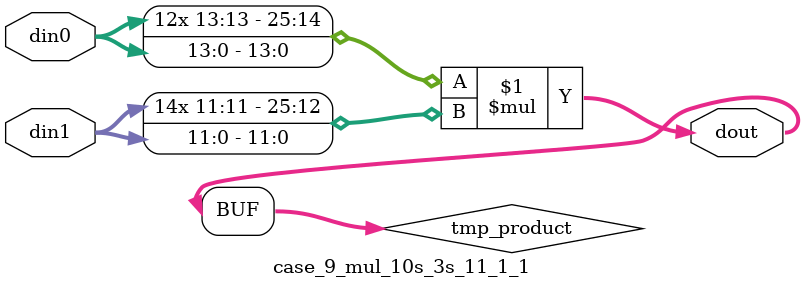
<source format=v>

`timescale 1 ns / 1 ps

 module case_9_mul_10s_3s_11_1_1(din0, din1, dout);
parameter ID = 1;
parameter NUM_STAGE = 0;
parameter din0_WIDTH = 14;
parameter din1_WIDTH = 12;
parameter dout_WIDTH = 26;

input [din0_WIDTH - 1 : 0] din0; 
input [din1_WIDTH - 1 : 0] din1; 
output [dout_WIDTH - 1 : 0] dout;

wire signed [dout_WIDTH - 1 : 0] tmp_product;



























assign tmp_product = $signed(din0) * $signed(din1);








assign dout = tmp_product;





















endmodule

</source>
